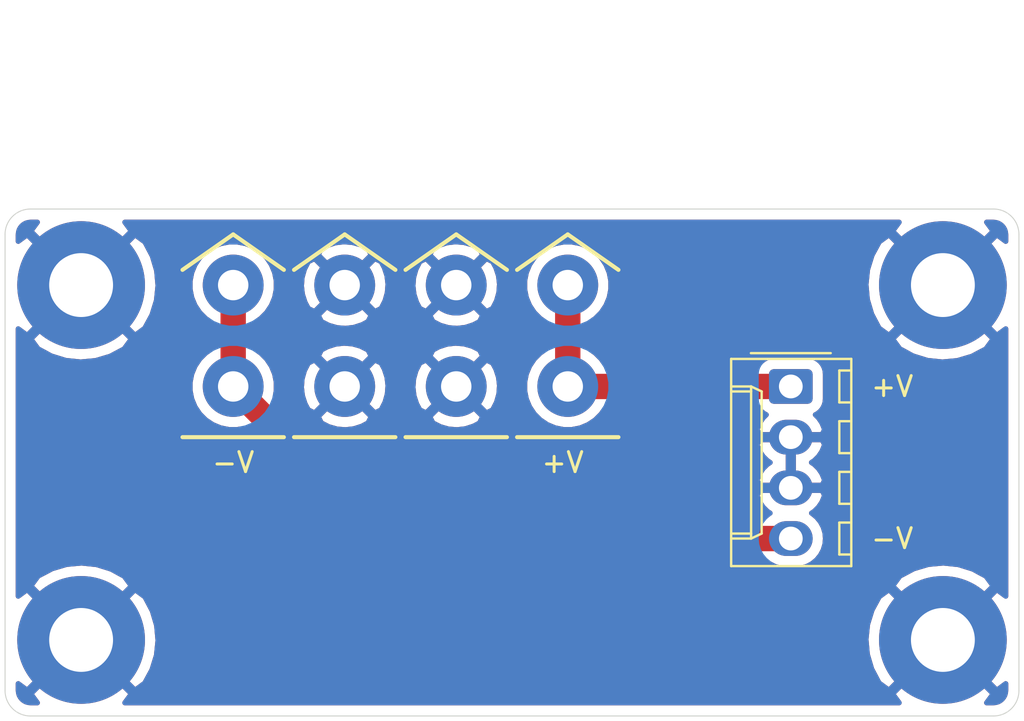
<source format=kicad_pcb>
(kicad_pcb (version 20171130) (host pcbnew "(5.1.8-0-10_14)")

  (general
    (thickness 1.6)
    (drawings 12)
    (tracks 5)
    (zones 0)
    (modules 6)
    (nets 4)
  )

  (page A4)
  (layers
    (0 F.Cu signal)
    (31 B.Cu signal)
    (36 B.SilkS user)
    (37 F.SilkS user)
    (38 B.Mask user)
    (39 F.Mask user)
    (41 Cmts.User user)
    (44 Edge.Cuts user)
    (45 Margin user)
    (46 B.CrtYd user)
    (47 F.CrtYd user)
    (48 B.Fab user)
    (49 F.Fab user)
  )

  (setup
    (last_trace_width 1.27)
    (user_trace_width 0.2032)
    (user_trace_width 0.3048)
    (user_trace_width 0.635)
    (user_trace_width 1.27)
    (trace_clearance 0.254)
    (zone_clearance 0.508)
    (zone_45_only no)
    (trace_min 0.2032)
    (via_size 0.762)
    (via_drill 0.381)
    (via_min_size 0.4064)
    (via_min_drill 0.3048)
    (uvia_size 0.762)
    (uvia_drill 0.381)
    (uvias_allowed no)
    (uvia_min_size 0.2032)
    (uvia_min_drill 0.1016)
    (edge_width 0.05)
    (segment_width 0.2)
    (pcb_text_width 0.3)
    (pcb_text_size 1.5 1.5)
    (mod_edge_width 0.12)
    (mod_text_size 1 1)
    (mod_text_width 0.15)
    (pad_size 1.524 1.524)
    (pad_drill 0.762)
    (pad_to_mask_clearance 0)
    (aux_axis_origin 0 0)
    (visible_elements FFFFFF7F)
    (pcbplotparams
      (layerselection 0x010f0_ffffffff)
      (usegerberextensions true)
      (usegerberattributes true)
      (usegerberadvancedattributes true)
      (creategerberjobfile true)
      (excludeedgelayer true)
      (linewidth 0.100000)
      (plotframeref false)
      (viasonmask false)
      (mode 1)
      (useauxorigin false)
      (hpglpennumber 1)
      (hpglpenspeed 20)
      (hpglpendiameter 15.000000)
      (psnegative false)
      (psa4output false)
      (plotreference true)
      (plotvalue false)
      (plotinvisibletext false)
      (padsonsilk false)
      (subtractmaskfromsilk false)
      (outputformat 1)
      (mirror false)
      (drillshape 0)
      (scaleselection 1)
      (outputdirectory ""))
  )

  (net 0 "")
  (net 1 GND)
  (net 2 "Net-(J1-Pad4)")
  (net 3 "Net-(J1-Pad1)")

  (net_class Default "This is the default net class."
    (clearance 0.254)
    (trace_width 0.254)
    (via_dia 0.762)
    (via_drill 0.381)
    (uvia_dia 0.762)
    (uvia_drill 0.381)
    (diff_pair_width 0.2032)
    (diff_pair_gap 0.254)
    (add_net GND)
    (add_net "Net-(J1-Pad1)")
    (add_net "Net-(J1-Pad4)")
  )

  (net_class Power ""
    (clearance 0.3048)
    (trace_width 0.635)
    (via_dia 0.762)
    (via_drill 0.381)
    (uvia_dia 0.762)
    (uvia_drill 0.381)
    (diff_pair_width 0.2032)
    (diff_pair_gap 0.254)
  )

  (net_class Signal ""
    (clearance 0.3048)
    (trace_width 0.3048)
    (via_dia 0.762)
    (via_drill 0.381)
    (uvia_dia 0.762)
    (uvia_drill 0.381)
    (diff_pair_width 0.2032)
    (diff_pair_gap 0.254)
  )

  (module Connector_Molex:Molex_KK-254_AE-6410-04A_1x04_P2.54mm_Vertical (layer F.Cu) (tedit 5EA53D3B) (tstamp 60E3D853)
    (at 166.37 85.09 270)
    (descr "Molex KK-254 Interconnect System, old/engineering part number: AE-6410-04A example for new part number: 22-27-2041, 4 Pins (http://www.molex.com/pdm_docs/sd/022272021_sd.pdf), generated with kicad-footprint-generator")
    (tags "connector Molex KK-254 vertical")
    (path /60E3F128)
    (fp_text reference J2 (at 3.81 -4.12 90) (layer F.SilkS) hide
      (effects (font (size 1 1) (thickness 0.15)))
    )
    (fp_text value Conn_01x04_Male (at 3.81 4.08 90) (layer F.Fab) hide
      (effects (font (size 1 1) (thickness 0.15)))
    )
    (fp_text user %R (at 3.81 -2.22 90) (layer F.Fab) hide
      (effects (font (size 1 1) (thickness 0.15)))
    )
    (fp_line (start -1.27 -2.92) (end -1.27 2.88) (layer F.Fab) (width 0.1))
    (fp_line (start -1.27 2.88) (end 8.89 2.88) (layer F.Fab) (width 0.1))
    (fp_line (start 8.89 2.88) (end 8.89 -2.92) (layer F.Fab) (width 0.1))
    (fp_line (start 8.89 -2.92) (end -1.27 -2.92) (layer F.Fab) (width 0.1))
    (fp_line (start -1.38 -3.03) (end -1.38 2.99) (layer F.SilkS) (width 0.12))
    (fp_line (start -1.38 2.99) (end 9 2.99) (layer F.SilkS) (width 0.12))
    (fp_line (start 9 2.99) (end 9 -3.03) (layer F.SilkS) (width 0.12))
    (fp_line (start 9 -3.03) (end -1.38 -3.03) (layer F.SilkS) (width 0.12))
    (fp_line (start -1.67 -2) (end -1.67 2) (layer F.SilkS) (width 0.12))
    (fp_line (start -1.27 -0.5) (end -0.562893 0) (layer F.Fab) (width 0.1))
    (fp_line (start -0.562893 0) (end -1.27 0.5) (layer F.Fab) (width 0.1))
    (fp_line (start 0 2.99) (end 0 1.99) (layer F.SilkS) (width 0.12))
    (fp_line (start 0 1.99) (end 7.62 1.99) (layer F.SilkS) (width 0.12))
    (fp_line (start 7.62 1.99) (end 7.62 2.99) (layer F.SilkS) (width 0.12))
    (fp_line (start 0 1.99) (end 0.25 1.46) (layer F.SilkS) (width 0.12))
    (fp_line (start 0.25 1.46) (end 7.37 1.46) (layer F.SilkS) (width 0.12))
    (fp_line (start 7.37 1.46) (end 7.62 1.99) (layer F.SilkS) (width 0.12))
    (fp_line (start 0.25 2.99) (end 0.25 1.99) (layer F.SilkS) (width 0.12))
    (fp_line (start 7.37 2.99) (end 7.37 1.99) (layer F.SilkS) (width 0.12))
    (fp_line (start -0.8 -3.03) (end -0.8 -2.43) (layer F.SilkS) (width 0.12))
    (fp_line (start -0.8 -2.43) (end 0.8 -2.43) (layer F.SilkS) (width 0.12))
    (fp_line (start 0.8 -2.43) (end 0.8 -3.03) (layer F.SilkS) (width 0.12))
    (fp_line (start 1.74 -3.03) (end 1.74 -2.43) (layer F.SilkS) (width 0.12))
    (fp_line (start 1.74 -2.43) (end 3.34 -2.43) (layer F.SilkS) (width 0.12))
    (fp_line (start 3.34 -2.43) (end 3.34 -3.03) (layer F.SilkS) (width 0.12))
    (fp_line (start 4.28 -3.03) (end 4.28 -2.43) (layer F.SilkS) (width 0.12))
    (fp_line (start 4.28 -2.43) (end 5.88 -2.43) (layer F.SilkS) (width 0.12))
    (fp_line (start 5.88 -2.43) (end 5.88 -3.03) (layer F.SilkS) (width 0.12))
    (fp_line (start 6.82 -3.03) (end 6.82 -2.43) (layer F.SilkS) (width 0.12))
    (fp_line (start 6.82 -2.43) (end 8.42 -2.43) (layer F.SilkS) (width 0.12))
    (fp_line (start 8.42 -2.43) (end 8.42 -3.03) (layer F.SilkS) (width 0.12))
    (fp_line (start -1.77 -3.42) (end -1.77 3.38) (layer F.CrtYd) (width 0.05))
    (fp_line (start -1.77 3.38) (end 9.39 3.38) (layer F.CrtYd) (width 0.05))
    (fp_line (start 9.39 3.38) (end 9.39 -3.42) (layer F.CrtYd) (width 0.05))
    (fp_line (start 9.39 -3.42) (end -1.77 -3.42) (layer F.CrtYd) (width 0.05))
    (pad 4 thru_hole oval (at 7.62 0 270) (size 1.74 2.19) (drill 1.19) (layers *.Cu *.Mask)
      (net 2 "Net-(J1-Pad4)"))
    (pad 3 thru_hole oval (at 5.08 0 270) (size 1.74 2.19) (drill 1.19) (layers *.Cu *.Mask)
      (net 1 GND))
    (pad 2 thru_hole oval (at 2.54 0 270) (size 1.74 2.19) (drill 1.19) (layers *.Cu *.Mask)
      (net 1 GND))
    (pad 1 thru_hole roundrect (at 0 0 270) (size 1.74 2.19) (drill 1.19) (layers *.Cu *.Mask) (roundrect_rratio 0.143678)
      (net 3 "Net-(J1-Pad1)"))
    (model ${KISYS3DMOD}/Connector_Molex.3dshapes/Molex_KK-254_AE-6410-04A_1x04_P2.54mm_Vertical.wrl
      (at (xyz 0 0 0))
      (scale (xyz 1 1 1))
      (rotate (xyz 0 0 0))
    )
  )

  (module rumblesan-footprints:TE_FASTON_250_1217754-1_1x04_P5.08mm_Horizontal (layer F.Cu) (tedit 60E37413) (tstamp 60E3D827)
    (at 146.812 82.55 90)
    (path /60E3E857)
    (fp_text reference J1 (at 0 -11.684 270) (layer F.SilkS) hide
      (effects (font (size 1 1) (thickness 0.15)))
    )
    (fp_text value Conn_01x04_Male (at 0 11.938 90) (layer F.Fab) hide
      (effects (font (size 1 1) (thickness 0.15)))
    )
    (fp_line (start -5.08 10.922) (end -5.08 5.842) (layer F.CrtYd) (width 0.12))
    (fp_line (start 16.764 10.922) (end -5.08 10.922) (layer F.CrtYd) (width 0.12))
    (fp_line (start 16.764 5.842) (end 16.764 10.922) (layer F.CrtYd) (width 0.12))
    (fp_line (start -5.08 5.842) (end 16.764 5.842) (layer F.CrtYd) (width 0.12))
    (fp_line (start -5.08 -5.334) (end -5.08 -0.254) (layer F.SilkS) (width 0.2032))
    (fp_line (start -5.08 -0.254) (end 5.08 -0.254) (layer F.Fab) (width 0.1016))
    (fp_line (start -5.08 -5.334) (end 5.08 -5.334) (layer F.Fab) (width 0.1016))
    (fp_line (start 5.08 -0.254) (end 5.08 -5.334) (layer F.Fab) (width 0.1016))
    (fp_line (start -5.08 -5.842) (end -5.08 -10.922) (layer F.Fab) (width 0.1016))
    (fp_line (start -5.08 -5.842) (end 5.08 -5.842) (layer F.Fab) (width 0.1016))
    (fp_line (start -5.08 -10.922) (end -5.08 -5.842) (layer F.SilkS) (width 0.2032))
    (fp_line (start 5.08 -5.842) (end 5.08 -10.922) (layer F.Fab) (width 0.1016))
    (fp_line (start -5.08 -10.922) (end 5.08 -10.922) (layer F.Fab) (width 0.1016))
    (fp_line (start -5.08 -0.254) (end -5.08 -5.334) (layer F.Fab) (width 0.1016))
    (fp_line (start -5.08 10.922) (end -5.08 5.842) (layer F.Fab) (width 0.1016))
    (fp_line (start -5.08 10.922) (end 5.08 10.922) (layer F.Fab) (width 0.1016))
    (fp_line (start -5.08 5.842) (end -5.08 10.922) (layer F.SilkS) (width 0.2032))
    (fp_line (start 5.08 10.922) (end 5.08 5.842) (layer F.Fab) (width 0.1016))
    (fp_line (start -5.08 5.842) (end 5.08 5.842) (layer F.Fab) (width 0.1016))
    (fp_line (start 5.08 5.334) (end 5.08 0.254) (layer F.Fab) (width 0.1016))
    (fp_line (start -5.08 5.334) (end -5.08 0.254) (layer F.Fab) (width 0.1016))
    (fp_line (start -5.08 5.334) (end 5.08 5.334) (layer F.Fab) (width 0.1016))
    (fp_line (start -5.08 0.254) (end 5.08 0.254) (layer F.Fab) (width 0.1016))
    (fp_line (start -5.08 0.254) (end -5.08 5.334) (layer F.SilkS) (width 0.2032))
    (fp_line (start 5.08 8.382) (end 3.302 5.842) (layer F.SilkS) (width 0.2032))
    (fp_line (start 5.08 8.382) (end 3.302 10.922) (layer F.SilkS) (width 0.2032))
    (fp_line (start 3.302 5.334) (end 5.08 2.794) (layer F.SilkS) (width 0.2032))
    (fp_line (start 5.08 2.794) (end 3.302 0.254) (layer F.SilkS) (width 0.2032))
    (fp_line (start 3.302 -0.254) (end 5.08 -2.794) (layer F.SilkS) (width 0.2032))
    (fp_line (start 5.08 -2.794) (end 3.302 -5.334) (layer F.SilkS) (width 0.2032))
    (fp_line (start 3.302 -5.842) (end 5.08 -8.382) (layer F.SilkS) (width 0.2032))
    (fp_line (start 5.08 -8.382) (end 3.302 -10.922) (layer F.SilkS) (width 0.2032))
    (fp_line (start -5.08 0.254) (end 16.764 0.254) (layer F.CrtYd) (width 0.12))
    (fp_line (start -5.08 5.334) (end 16.764 5.334) (layer F.CrtYd) (width 0.12))
    (fp_line (start -5.08 -10.922) (end 16.764 -10.922) (layer F.CrtYd) (width 0.12))
    (fp_line (start -5.08 -5.842) (end 16.764 -5.842) (layer F.CrtYd) (width 0.12))
    (fp_line (start -5.08 -5.334) (end 16.764 -5.334) (layer F.CrtYd) (width 0.12))
    (fp_line (start -5.08 -0.254) (end 16.764 -0.254) (layer F.CrtYd) (width 0.12))
    (fp_line (start 16.764 0.254) (end 16.764 5.334) (layer F.CrtYd) (width 0.12))
    (fp_line (start 16.764 -5.334) (end 16.764 -0.254) (layer F.CrtYd) (width 0.12))
    (fp_line (start 16.764 -10.922) (end 16.764 -5.842) (layer F.CrtYd) (width 0.12))
    (fp_line (start -5.08 -10.922) (end -5.08 -5.842) (layer F.CrtYd) (width 0.12))
    (fp_line (start -5.08 -5.334) (end -5.08 -0.254) (layer F.CrtYd) (width 0.12))
    (fp_line (start -5.08 0.254) (end -5.08 5.334) (layer F.CrtYd) (width 0.12))
    (pad 3 thru_hole circle (at -2.54 -2.794 90) (size 3.048 3.048) (drill 1.524) (layers *.Cu *.Mask)
      (net 1 GND))
    (pad 4 thru_hole circle (at 2.54 -8.382 90) (size 3.048 3.048) (drill 1.524) (layers *.Cu *.Mask)
      (net 2 "Net-(J1-Pad4)"))
    (pad 4 thru_hole circle (at -2.54 -8.382 90) (size 3.048 3.048) (drill 1.524) (layers *.Cu *.Mask)
      (net 2 "Net-(J1-Pad4)"))
    (pad 3 thru_hole circle (at 2.54 -2.794 90) (size 3.048 3.048) (drill 1.524) (layers *.Cu *.Mask)
      (net 1 GND))
    (pad 1 thru_hole circle (at 2.54 8.382 90) (size 3.048 3.048) (drill 1.524) (layers *.Cu *.Mask)
      (net 3 "Net-(J1-Pad1)"))
    (pad 1 thru_hole circle (at -2.54 8.382 90) (size 3.048 3.048) (drill 1.524) (layers *.Cu *.Mask)
      (net 3 "Net-(J1-Pad1)"))
    (pad 2 thru_hole circle (at -2.54 2.794 90) (size 3.048 3.048) (drill 1.524) (layers *.Cu *.Mask)
      (net 1 GND))
    (pad 2 thru_hole circle (at 2.54 2.794 90) (size 3.048 3.048) (drill 1.524) (layers *.Cu *.Mask)
      (net 1 GND))
  )

  (module MountingHole:MountingHole_3.2mm_M3_Pad (layer F.Cu) (tedit 56D1B4CB) (tstamp 60E3D7EF)
    (at 130.81 97.79)
    (descr "Mounting Hole 3.2mm, M3")
    (tags "mounting hole 3.2mm m3")
    (path /60E421A0)
    (attr virtual)
    (fp_text reference H4 (at 0 -4.2) (layer F.SilkS) hide
      (effects (font (size 1 1) (thickness 0.15)))
    )
    (fp_text value MountingHole_Pad (at 0 4.2) (layer F.Fab) hide
      (effects (font (size 1 1) (thickness 0.15)))
    )
    (fp_text user %R (at 0.3 0) (layer F.Fab)
      (effects (font (size 1 1) (thickness 0.15)))
    )
    (fp_circle (center 0 0) (end 3.2 0) (layer Cmts.User) (width 0.15))
    (fp_circle (center 0 0) (end 3.45 0) (layer F.CrtYd) (width 0.05))
    (pad 1 thru_hole circle (at 0 0) (size 6.4 6.4) (drill 3.2) (layers *.Cu *.Mask)
      (net 1 GND))
  )

  (module MountingHole:MountingHole_3.2mm_M3_Pad (layer F.Cu) (tedit 56D1B4CB) (tstamp 60E3D7E7)
    (at 173.99 80.01)
    (descr "Mounting Hole 3.2mm, M3")
    (tags "mounting hole 3.2mm m3")
    (path /60E4381A)
    (attr virtual)
    (fp_text reference H3 (at 0 -4.2) (layer F.SilkS) hide
      (effects (font (size 1 1) (thickness 0.15)))
    )
    (fp_text value MountingHole_Pad (at 0 4.2) (layer F.Fab) hide
      (effects (font (size 1 1) (thickness 0.15)))
    )
    (fp_text user %R (at 0.3 0) (layer F.Fab)
      (effects (font (size 1 1) (thickness 0.15)))
    )
    (fp_circle (center 0 0) (end 3.2 0) (layer Cmts.User) (width 0.15))
    (fp_circle (center 0 0) (end 3.45 0) (layer F.CrtYd) (width 0.05))
    (pad 1 thru_hole circle (at 0 0) (size 6.4 6.4) (drill 3.2) (layers *.Cu *.Mask)
      (net 1 GND))
  )

  (module MountingHole:MountingHole_3.2mm_M3_Pad (layer F.Cu) (tedit 56D1B4CB) (tstamp 60E3D7DF)
    (at 130.81 80.01)
    (descr "Mounting Hole 3.2mm, M3")
    (tags "mounting hole 3.2mm m3")
    (path /60E4432B)
    (attr virtual)
    (fp_text reference H2 (at 0 -4.2) (layer F.SilkS) hide
      (effects (font (size 1 1) (thickness 0.15)))
    )
    (fp_text value MountingHole_Pad (at 0 4.2) (layer F.Fab) hide
      (effects (font (size 1 1) (thickness 0.15)))
    )
    (fp_text user %R (at 0.3 0) (layer F.Fab)
      (effects (font (size 1 1) (thickness 0.15)))
    )
    (fp_circle (center 0 0) (end 3.2 0) (layer Cmts.User) (width 0.15))
    (fp_circle (center 0 0) (end 3.45 0) (layer F.CrtYd) (width 0.05))
    (pad 1 thru_hole circle (at 0 0) (size 6.4 6.4) (drill 3.2) (layers *.Cu *.Mask)
      (net 1 GND))
  )

  (module MountingHole:MountingHole_3.2mm_M3_Pad (layer F.Cu) (tedit 56D1B4CB) (tstamp 60E3D7D7)
    (at 173.99 97.79)
    (descr "Mounting Hole 3.2mm, M3")
    (tags "mounting hole 3.2mm m3")
    (path /60E444BC)
    (attr virtual)
    (fp_text reference H1 (at 0 -4.2) (layer F.SilkS) hide
      (effects (font (size 1 1) (thickness 0.15)))
    )
    (fp_text value MountingHole_Pad (at 0 4.2) (layer F.Fab) hide
      (effects (font (size 1 1) (thickness 0.15)))
    )
    (fp_text user %R (at 0.3 0) (layer F.Fab)
      (effects (font (size 1 1) (thickness 0.15)))
    )
    (fp_circle (center 0 0) (end 3.2 0) (layer Cmts.User) (width 0.15))
    (fp_circle (center 0 0) (end 3.45 0) (layer F.CrtYd) (width 0.05))
    (pad 1 thru_hole circle (at 0 0) (size 6.4 6.4) (drill 3.2) (layers *.Cu *.Mask)
      (net 1 GND))
  )

  (gr_arc (start 128.27 77.47) (end 128.27 76.2) (angle -90) (layer Edge.Cuts) (width 0.05))
  (gr_arc (start 128.27 100.33) (end 127 100.33) (angle -90) (layer Edge.Cuts) (width 0.05))
  (gr_arc (start 176.53 100.33) (end 176.53 101.6) (angle -90) (layer Edge.Cuts) (width 0.05))
  (gr_arc (start 176.53 77.47) (end 177.8 77.47) (angle -90) (layer Edge.Cuts) (width 0.05))
  (gr_text -V (at 138.43 88.9) (layer F.SilkS)
    (effects (font (size 1 1) (thickness 0.15)))
  )
  (gr_text +V (at 154.94 88.9) (layer F.SilkS)
    (effects (font (size 1 1) (thickness 0.15)))
  )
  (gr_text -V (at 171.45 92.71) (layer F.SilkS)
    (effects (font (size 1 1) (thickness 0.15)))
  )
  (gr_text +V (at 171.45 85.09) (layer F.SilkS)
    (effects (font (size 1 1) (thickness 0.15)))
  )
  (gr_line (start 176.53 101.6) (end 128.27 101.6) (layer Edge.Cuts) (width 0.05) (tstamp 60E3D99E))
  (gr_line (start 177.8 77.47) (end 177.8 100.33) (layer Edge.Cuts) (width 0.05))
  (gr_line (start 128.27 76.2) (end 176.53 76.2) (layer Edge.Cuts) (width 0.05))
  (gr_line (start 127 77.47) (end 127 100.33) (layer Edge.Cuts) (width 0.05))

  (segment (start 146.05 92.71) (end 166.37 92.71) (width 1.27) (layer F.Cu) (net 2))
  (segment (start 138.43 85.09) (end 146.05 92.71) (width 1.27) (layer F.Cu) (net 2))
  (segment (start 138.43 80.01) (end 138.43 85.09) (width 1.27) (layer F.Cu) (net 2))
  (segment (start 155.194 85.09) (end 166.37 85.09) (width 1.27) (layer F.Cu) (net 3))
  (segment (start 155.194 80.01) (end 155.194 85.09) (width 1.27) (layer F.Cu) (net 3))

  (zone (net 1) (net_name GND) (layer F.Cu) (tstamp 0) (hatch edge 0.508)
    (connect_pads (clearance 0.508))
    (min_thickness 0.254)
    (fill yes (arc_segments 32) (thermal_gap 0.508) (thermal_bridge_width 0.508))
    (polygon
      (pts
        (xy 178.054 101.854) (xy 126.746 101.854) (xy 126.746 75.946) (xy 178.054 75.946)
      )
    )
    (filled_polygon
      (pts
        (xy 128.288724 77.309119) (xy 130.81 79.830395) (xy 133.331276 77.309119) (xy 133.000914 76.86) (xy 171.799086 76.86)
        (xy 171.468724 77.309119) (xy 173.99 79.830395) (xy 176.511276 77.309119) (xy 176.180914 76.86) (xy 176.497721 76.86)
        (xy 176.647869 76.874722) (xy 176.761246 76.908953) (xy 176.865819 76.964555) (xy 176.957596 77.039407) (xy 177.033091 77.130664)
        (xy 177.089419 77.234844) (xy 177.12444 77.347976) (xy 177.14 77.496022) (xy 177.14 77.819086) (xy 176.690881 77.488724)
        (xy 174.169605 80.01) (xy 176.690881 82.531276) (xy 177.14 82.200914) (xy 177.140001 95.599086) (xy 176.690881 95.268724)
        (xy 174.169605 97.79) (xy 176.690881 100.311276) (xy 177.140001 99.980913) (xy 177.140001 100.297711) (xy 177.125278 100.447869)
        (xy 177.091047 100.561246) (xy 177.035446 100.665817) (xy 176.960594 100.757595) (xy 176.869335 100.833091) (xy 176.76516 100.889419)
        (xy 176.652024 100.92444) (xy 176.503979 100.94) (xy 176.180914 100.94) (xy 176.511276 100.490881) (xy 173.99 97.969605)
        (xy 171.468724 100.490881) (xy 171.799086 100.94) (xy 133.000914 100.94) (xy 133.331276 100.490881) (xy 130.81 97.969605)
        (xy 128.288724 100.490881) (xy 128.619086 100.94) (xy 128.302279 100.94) (xy 128.152131 100.925278) (xy 128.038754 100.891047)
        (xy 127.934183 100.835446) (xy 127.842405 100.760594) (xy 127.766909 100.669335) (xy 127.710581 100.56516) (xy 127.67556 100.452024)
        (xy 127.66 100.303979) (xy 127.66 99.980914) (xy 128.109119 100.311276) (xy 130.630395 97.79) (xy 130.989605 97.79)
        (xy 133.510881 100.311276) (xy 134.000548 99.951088) (xy 134.360849 99.287118) (xy 134.584694 98.565615) (xy 134.66348 97.814305)
        (xy 134.659002 97.765695) (xy 170.13652 97.765695) (xy 170.205822 98.517938) (xy 170.420548 99.242208) (xy 170.772445 99.91067)
        (xy 170.799452 99.951088) (xy 171.289119 100.311276) (xy 173.810395 97.79) (xy 171.289119 95.268724) (xy 170.799452 95.628912)
        (xy 170.439151 96.292882) (xy 170.215306 97.014385) (xy 170.13652 97.765695) (xy 134.659002 97.765695) (xy 134.594178 97.062062)
        (xy 134.379452 96.337792) (xy 134.027555 95.66933) (xy 134.000548 95.628912) (xy 133.510881 95.268724) (xy 130.989605 97.79)
        (xy 130.630395 97.79) (xy 128.109119 95.268724) (xy 127.66 95.599086) (xy 127.66 95.089119) (xy 128.288724 95.089119)
        (xy 130.81 97.610395) (xy 133.331276 95.089119) (xy 171.468724 95.089119) (xy 173.99 97.610395) (xy 176.511276 95.089119)
        (xy 176.151088 94.599452) (xy 175.487118 94.239151) (xy 174.765615 94.015306) (xy 174.014305 93.93652) (xy 173.262062 94.005822)
        (xy 172.537792 94.220548) (xy 171.86933 94.572445) (xy 171.828912 94.599452) (xy 171.468724 95.089119) (xy 133.331276 95.089119)
        (xy 132.971088 94.599452) (xy 132.307118 94.239151) (xy 131.585615 94.015306) (xy 130.834305 93.93652) (xy 130.082062 94.005822)
        (xy 129.357792 94.220548) (xy 128.68933 94.572445) (xy 128.648912 94.599452) (xy 128.288724 95.089119) (xy 127.66 95.089119)
        (xy 127.66 82.710881) (xy 128.288724 82.710881) (xy 128.648912 83.200548) (xy 129.312882 83.560849) (xy 130.034385 83.784694)
        (xy 130.785695 83.86348) (xy 131.537938 83.794178) (xy 132.262208 83.579452) (xy 132.93067 83.227555) (xy 132.971088 83.200548)
        (xy 133.331276 82.710881) (xy 130.81 80.189605) (xy 128.288724 82.710881) (xy 127.66 82.710881) (xy 127.66 82.200914)
        (xy 128.109119 82.531276) (xy 130.630395 80.01) (xy 130.989605 80.01) (xy 133.510881 82.531276) (xy 134.000548 82.171088)
        (xy 134.360849 81.507118) (xy 134.584694 80.785615) (xy 134.66348 80.034305) (xy 134.641651 79.797357) (xy 136.271 79.797357)
        (xy 136.271 80.222643) (xy 136.35397 80.639757) (xy 136.516719 81.03267) (xy 136.752996 81.386282) (xy 137.053718 81.687004)
        (xy 137.16 81.75802) (xy 137.160001 83.34198) (xy 137.053718 83.412996) (xy 136.752996 83.713718) (xy 136.516719 84.06733)
        (xy 136.35397 84.460243) (xy 136.271 84.877357) (xy 136.271 85.302643) (xy 136.35397 85.719757) (xy 136.516719 86.11267)
        (xy 136.752996 86.466282) (xy 137.053718 86.767004) (xy 137.40733 87.003281) (xy 137.800243 87.16603) (xy 138.217357 87.249)
        (xy 138.642643 87.249) (xy 138.768012 87.224062) (xy 145.107863 93.563914) (xy 145.14763 93.61237) (xy 145.341012 93.771075)
        (xy 145.561641 93.889003) (xy 145.718284 93.93652) (xy 145.801036 93.961623) (xy 145.826755 93.964156) (xy 145.98762 93.98)
        (xy 145.987626 93.98) (xy 146.049999 93.986143) (xy 146.112372 93.98) (xy 165.328362 93.98) (xy 165.566275 94.107166)
        (xy 165.849968 94.193224) (xy 166.071064 94.215) (xy 166.668936 94.215) (xy 166.890032 94.193224) (xy 167.173725 94.107166)
        (xy 167.435179 93.967417) (xy 167.664345 93.779345) (xy 167.852417 93.550179) (xy 167.992166 93.288725) (xy 168.078224 93.005032)
        (xy 168.107282 92.71) (xy 168.078224 92.414968) (xy 167.992166 92.131275) (xy 167.852417 91.869821) (xy 167.664345 91.640655)
        (xy 167.435179 91.452583) (xy 167.406848 91.43744) (xy 167.547433 91.344708) (xy 167.758306 91.136326) (xy 167.924474 90.890809)
        (xy 168.039551 90.617591) (xy 168.056302 90.530031) (xy 167.935246 90.297) (xy 166.497 90.297) (xy 166.497 90.317)
        (xy 166.243 90.317) (xy 166.243 90.297) (xy 164.804754 90.297) (xy 164.683698 90.530031) (xy 164.700449 90.617591)
        (xy 164.815526 90.890809) (xy 164.981694 91.136326) (xy 165.192567 91.344708) (xy 165.333152 91.43744) (xy 165.328362 91.44)
        (xy 146.576051 91.44) (xy 143.126082 87.990031) (xy 164.683698 87.990031) (xy 164.700449 88.077591) (xy 164.815526 88.350809)
        (xy 164.981694 88.596326) (xy 165.192567 88.804708) (xy 165.337032 88.9) (xy 165.192567 88.995292) (xy 164.981694 89.203674)
        (xy 164.815526 89.449191) (xy 164.700449 89.722409) (xy 164.683698 89.809969) (xy 164.804754 90.043) (xy 166.243 90.043)
        (xy 166.243 87.757) (xy 166.497 87.757) (xy 166.497 90.043) (xy 167.935246 90.043) (xy 168.056302 89.809969)
        (xy 168.039551 89.722409) (xy 167.924474 89.449191) (xy 167.758306 89.203674) (xy 167.547433 88.995292) (xy 167.402968 88.9)
        (xy 167.547433 88.804708) (xy 167.758306 88.596326) (xy 167.924474 88.350809) (xy 168.039551 88.077591) (xy 168.056302 87.990031)
        (xy 167.935246 87.757) (xy 166.497 87.757) (xy 166.243 87.757) (xy 164.804754 87.757) (xy 164.683698 87.990031)
        (xy 143.126082 87.990031) (xy 141.734791 86.59874) (xy 142.688865 86.59874) (xy 142.847764 86.916758) (xy 143.226632 87.109959)
        (xy 143.635913 87.225534) (xy 144.059876 87.259042) (xy 144.48223 87.209194) (xy 144.886744 87.077908) (xy 145.188236 86.916758)
        (xy 145.347135 86.59874) (xy 148.276865 86.59874) (xy 148.435764 86.916758) (xy 148.814632 87.109959) (xy 149.223913 87.225534)
        (xy 149.647876 87.259042) (xy 150.07023 87.209194) (xy 150.474744 87.077908) (xy 150.776236 86.916758) (xy 150.935135 86.59874)
        (xy 149.606 85.269605) (xy 148.276865 86.59874) (xy 145.347135 86.59874) (xy 144.018 85.269605) (xy 142.688865 86.59874)
        (xy 141.734791 86.59874) (xy 140.564062 85.428012) (xy 140.589 85.302643) (xy 140.589 85.131876) (xy 141.848958 85.131876)
        (xy 141.898806 85.55423) (xy 142.030092 85.958744) (xy 142.191242 86.260236) (xy 142.50926 86.419135) (xy 143.838395 85.09)
        (xy 144.197605 85.09) (xy 145.52674 86.419135) (xy 145.844758 86.260236) (xy 146.037959 85.881368) (xy 146.153534 85.472087)
        (xy 146.180422 85.131876) (xy 147.436958 85.131876) (xy 147.486806 85.55423) (xy 147.618092 85.958744) (xy 147.779242 86.260236)
        (xy 148.09726 86.419135) (xy 149.426395 85.09) (xy 149.785605 85.09) (xy 151.11474 86.419135) (xy 151.432758 86.260236)
        (xy 151.625959 85.881368) (xy 151.741534 85.472087) (xy 151.775042 85.048124) (xy 151.725194 84.62577) (xy 151.593908 84.221256)
        (xy 151.432758 83.919764) (xy 151.11474 83.760865) (xy 149.785605 85.09) (xy 149.426395 85.09) (xy 148.09726 83.760865)
        (xy 147.779242 83.919764) (xy 147.586041 84.298632) (xy 147.470466 84.707913) (xy 147.436958 85.131876) (xy 146.180422 85.131876)
        (xy 146.187042 85.048124) (xy 146.137194 84.62577) (xy 146.005908 84.221256) (xy 145.844758 83.919764) (xy 145.52674 83.760865)
        (xy 144.197605 85.09) (xy 143.838395 85.09) (xy 142.50926 83.760865) (xy 142.191242 83.919764) (xy 141.998041 84.298632)
        (xy 141.882466 84.707913) (xy 141.848958 85.131876) (xy 140.589 85.131876) (xy 140.589 84.877357) (xy 140.50603 84.460243)
        (xy 140.343281 84.06733) (xy 140.107004 83.713718) (xy 139.974546 83.58126) (xy 142.688865 83.58126) (xy 144.018 84.910395)
        (xy 145.347135 83.58126) (xy 148.276865 83.58126) (xy 149.606 84.910395) (xy 150.935135 83.58126) (xy 150.776236 83.263242)
        (xy 150.397368 83.070041) (xy 149.988087 82.954466) (xy 149.564124 82.920958) (xy 149.14177 82.970806) (xy 148.737256 83.102092)
        (xy 148.435764 83.263242) (xy 148.276865 83.58126) (xy 145.347135 83.58126) (xy 145.188236 83.263242) (xy 144.809368 83.070041)
        (xy 144.400087 82.954466) (xy 143.976124 82.920958) (xy 143.55377 82.970806) (xy 143.149256 83.102092) (xy 142.847764 83.263242)
        (xy 142.688865 83.58126) (xy 139.974546 83.58126) (xy 139.806282 83.412996) (xy 139.7 83.34198) (xy 139.7 81.75802)
        (xy 139.806282 81.687004) (xy 139.974546 81.51874) (xy 142.688865 81.51874) (xy 142.847764 81.836758) (xy 143.226632 82.029959)
        (xy 143.635913 82.145534) (xy 144.059876 82.179042) (xy 144.48223 82.129194) (xy 144.886744 81.997908) (xy 145.188236 81.836758)
        (xy 145.347135 81.51874) (xy 148.276865 81.51874) (xy 148.435764 81.836758) (xy 148.814632 82.029959) (xy 149.223913 82.145534)
        (xy 149.647876 82.179042) (xy 150.07023 82.129194) (xy 150.474744 81.997908) (xy 150.776236 81.836758) (xy 150.935135 81.51874)
        (xy 149.606 80.189605) (xy 148.276865 81.51874) (xy 145.347135 81.51874) (xy 144.018 80.189605) (xy 142.688865 81.51874)
        (xy 139.974546 81.51874) (xy 140.107004 81.386282) (xy 140.343281 81.03267) (xy 140.50603 80.639757) (xy 140.589 80.222643)
        (xy 140.589 80.051876) (xy 141.848958 80.051876) (xy 141.898806 80.47423) (xy 142.030092 80.878744) (xy 142.191242 81.180236)
        (xy 142.50926 81.339135) (xy 143.838395 80.01) (xy 144.197605 80.01) (xy 145.52674 81.339135) (xy 145.844758 81.180236)
        (xy 146.037959 80.801368) (xy 146.153534 80.392087) (xy 146.180422 80.051876) (xy 147.436958 80.051876) (xy 147.486806 80.47423)
        (xy 147.618092 80.878744) (xy 147.779242 81.180236) (xy 148.09726 81.339135) (xy 149.426395 80.01) (xy 149.785605 80.01)
        (xy 151.11474 81.339135) (xy 151.432758 81.180236) (xy 151.625959 80.801368) (xy 151.741534 80.392087) (xy 151.775042 79.968124)
        (xy 151.754888 79.797357) (xy 153.035 79.797357) (xy 153.035 80.222643) (xy 153.11797 80.639757) (xy 153.280719 81.03267)
        (xy 153.516996 81.386282) (xy 153.817718 81.687004) (xy 153.924 81.75802) (xy 153.924001 83.34198) (xy 153.817718 83.412996)
        (xy 153.516996 83.713718) (xy 153.280719 84.06733) (xy 153.11797 84.460243) (xy 153.035 84.877357) (xy 153.035 85.302643)
        (xy 153.11797 85.719757) (xy 153.280719 86.11267) (xy 153.516996 86.466282) (xy 153.817718 86.767004) (xy 154.17133 87.003281)
        (xy 154.564243 87.16603) (xy 154.981357 87.249) (xy 155.406643 87.249) (xy 155.823757 87.16603) (xy 156.21667 87.003281)
        (xy 156.570282 86.767004) (xy 156.871004 86.466282) (xy 156.94202 86.36) (xy 164.923891 86.36) (xy 165.031613 86.448405)
        (xy 165.14059 86.506655) (xy 164.981694 86.663674) (xy 164.815526 86.909191) (xy 164.700449 87.182409) (xy 164.683698 87.269969)
        (xy 164.804754 87.503) (xy 166.243 87.503) (xy 166.243 87.483) (xy 166.497 87.483) (xy 166.497 87.503)
        (xy 167.935246 87.503) (xy 168.056302 87.269969) (xy 168.039551 87.182409) (xy 167.924474 86.909191) (xy 167.758306 86.663674)
        (xy 167.59941 86.506655) (xy 167.708387 86.448405) (xy 167.842962 86.337962) (xy 167.953405 86.203387) (xy 168.035472 86.049851)
        (xy 168.086008 85.883255) (xy 168.103072 85.710001) (xy 168.103072 84.469999) (xy 168.086008 84.296745) (xy 168.035472 84.130149)
        (xy 167.953405 83.976613) (xy 167.842962 83.842038) (xy 167.708387 83.731595) (xy 167.554851 83.649528) (xy 167.388255 83.598992)
        (xy 167.215001 83.581928) (xy 165.524999 83.581928) (xy 165.351745 83.598992) (xy 165.185149 83.649528) (xy 165.031613 83.731595)
        (xy 164.923891 83.82) (xy 156.94202 83.82) (xy 156.871004 83.713718) (xy 156.570282 83.412996) (xy 156.464 83.34198)
        (xy 156.464 82.710881) (xy 171.468724 82.710881) (xy 171.828912 83.200548) (xy 172.492882 83.560849) (xy 173.214385 83.784694)
        (xy 173.965695 83.86348) (xy 174.717938 83.794178) (xy 175.442208 83.579452) (xy 176.11067 83.227555) (xy 176.151088 83.200548)
        (xy 176.511276 82.710881) (xy 173.99 80.189605) (xy 171.468724 82.710881) (xy 156.464 82.710881) (xy 156.464 81.75802)
        (xy 156.570282 81.687004) (xy 156.871004 81.386282) (xy 157.107281 81.03267) (xy 157.27003 80.639757) (xy 157.353 80.222643)
        (xy 157.353 79.985695) (xy 170.13652 79.985695) (xy 170.205822 80.737938) (xy 170.420548 81.462208) (xy 170.772445 82.13067)
        (xy 170.799452 82.171088) (xy 171.289119 82.531276) (xy 173.810395 80.01) (xy 171.289119 77.488724) (xy 170.799452 77.848912)
        (xy 170.439151 78.512882) (xy 170.215306 79.234385) (xy 170.13652 79.985695) (xy 157.353 79.985695) (xy 157.353 79.797357)
        (xy 157.27003 79.380243) (xy 157.107281 78.98733) (xy 156.871004 78.633718) (xy 156.570282 78.332996) (xy 156.21667 78.096719)
        (xy 155.823757 77.93397) (xy 155.406643 77.851) (xy 154.981357 77.851) (xy 154.564243 77.93397) (xy 154.17133 78.096719)
        (xy 153.817718 78.332996) (xy 153.516996 78.633718) (xy 153.280719 78.98733) (xy 153.11797 79.380243) (xy 153.035 79.797357)
        (xy 151.754888 79.797357) (xy 151.725194 79.54577) (xy 151.593908 79.141256) (xy 151.432758 78.839764) (xy 151.11474 78.680865)
        (xy 149.785605 80.01) (xy 149.426395 80.01) (xy 148.09726 78.680865) (xy 147.779242 78.839764) (xy 147.586041 79.218632)
        (xy 147.470466 79.627913) (xy 147.436958 80.051876) (xy 146.180422 80.051876) (xy 146.187042 79.968124) (xy 146.137194 79.54577)
        (xy 146.005908 79.141256) (xy 145.844758 78.839764) (xy 145.52674 78.680865) (xy 144.197605 80.01) (xy 143.838395 80.01)
        (xy 142.50926 78.680865) (xy 142.191242 78.839764) (xy 141.998041 79.218632) (xy 141.882466 79.627913) (xy 141.848958 80.051876)
        (xy 140.589 80.051876) (xy 140.589 79.797357) (xy 140.50603 79.380243) (xy 140.343281 78.98733) (xy 140.107004 78.633718)
        (xy 139.974546 78.50126) (xy 142.688865 78.50126) (xy 144.018 79.830395) (xy 145.347135 78.50126) (xy 148.276865 78.50126)
        (xy 149.606 79.830395) (xy 150.935135 78.50126) (xy 150.776236 78.183242) (xy 150.397368 77.990041) (xy 149.988087 77.874466)
        (xy 149.564124 77.840958) (xy 149.14177 77.890806) (xy 148.737256 78.022092) (xy 148.435764 78.183242) (xy 148.276865 78.50126)
        (xy 145.347135 78.50126) (xy 145.188236 78.183242) (xy 144.809368 77.990041) (xy 144.400087 77.874466) (xy 143.976124 77.840958)
        (xy 143.55377 77.890806) (xy 143.149256 78.022092) (xy 142.847764 78.183242) (xy 142.688865 78.50126) (xy 139.974546 78.50126)
        (xy 139.806282 78.332996) (xy 139.45267 78.096719) (xy 139.059757 77.93397) (xy 138.642643 77.851) (xy 138.217357 77.851)
        (xy 137.800243 77.93397) (xy 137.40733 78.096719) (xy 137.053718 78.332996) (xy 136.752996 78.633718) (xy 136.516719 78.98733)
        (xy 136.35397 79.380243) (xy 136.271 79.797357) (xy 134.641651 79.797357) (xy 134.594178 79.282062) (xy 134.379452 78.557792)
        (xy 134.027555 77.88933) (xy 134.000548 77.848912) (xy 133.510881 77.488724) (xy 130.989605 80.01) (xy 130.630395 80.01)
        (xy 128.109119 77.488724) (xy 127.66 77.819086) (xy 127.66 77.502279) (xy 127.674722 77.352131) (xy 127.708953 77.238754)
        (xy 127.764555 77.134181) (xy 127.839407 77.042404) (xy 127.930664 76.966909) (xy 128.034844 76.910581) (xy 128.147976 76.87556)
        (xy 128.296022 76.86) (xy 128.619086 76.86)
      )
    )
  )
  (zone (net 1) (net_name GND) (layer B.Cu) (tstamp 0) (hatch edge 0.508)
    (connect_pads (clearance 0.508))
    (min_thickness 0.254)
    (fill yes (arc_segments 32) (thermal_gap 0.508) (thermal_bridge_width 0.508))
    (polygon
      (pts
        (xy 178.054 101.854) (xy 126.746 101.854) (xy 126.746 75.946) (xy 178.054 75.946)
      )
    )
    (filled_polygon
      (pts
        (xy 128.288724 77.309119) (xy 130.81 79.830395) (xy 133.331276 77.309119) (xy 133.000914 76.86) (xy 171.799086 76.86)
        (xy 171.468724 77.309119) (xy 173.99 79.830395) (xy 176.511276 77.309119) (xy 176.180914 76.86) (xy 176.497721 76.86)
        (xy 176.647869 76.874722) (xy 176.761246 76.908953) (xy 176.865819 76.964555) (xy 176.957596 77.039407) (xy 177.033091 77.130664)
        (xy 177.089419 77.234844) (xy 177.12444 77.347976) (xy 177.14 77.496022) (xy 177.14 77.819086) (xy 176.690881 77.488724)
        (xy 174.169605 80.01) (xy 176.690881 82.531276) (xy 177.14 82.200914) (xy 177.140001 95.599086) (xy 176.690881 95.268724)
        (xy 174.169605 97.79) (xy 176.690881 100.311276) (xy 177.140001 99.980913) (xy 177.140001 100.297711) (xy 177.125278 100.447869)
        (xy 177.091047 100.561246) (xy 177.035446 100.665817) (xy 176.960594 100.757595) (xy 176.869335 100.833091) (xy 176.76516 100.889419)
        (xy 176.652024 100.92444) (xy 176.503979 100.94) (xy 176.180914 100.94) (xy 176.511276 100.490881) (xy 173.99 97.969605)
        (xy 171.468724 100.490881) (xy 171.799086 100.94) (xy 133.000914 100.94) (xy 133.331276 100.490881) (xy 130.81 97.969605)
        (xy 128.288724 100.490881) (xy 128.619086 100.94) (xy 128.302279 100.94) (xy 128.152131 100.925278) (xy 128.038754 100.891047)
        (xy 127.934183 100.835446) (xy 127.842405 100.760594) (xy 127.766909 100.669335) (xy 127.710581 100.56516) (xy 127.67556 100.452024)
        (xy 127.66 100.303979) (xy 127.66 99.980914) (xy 128.109119 100.311276) (xy 130.630395 97.79) (xy 130.989605 97.79)
        (xy 133.510881 100.311276) (xy 134.000548 99.951088) (xy 134.360849 99.287118) (xy 134.584694 98.565615) (xy 134.66348 97.814305)
        (xy 134.659002 97.765695) (xy 170.13652 97.765695) (xy 170.205822 98.517938) (xy 170.420548 99.242208) (xy 170.772445 99.91067)
        (xy 170.799452 99.951088) (xy 171.289119 100.311276) (xy 173.810395 97.79) (xy 171.289119 95.268724) (xy 170.799452 95.628912)
        (xy 170.439151 96.292882) (xy 170.215306 97.014385) (xy 170.13652 97.765695) (xy 134.659002 97.765695) (xy 134.594178 97.062062)
        (xy 134.379452 96.337792) (xy 134.027555 95.66933) (xy 134.000548 95.628912) (xy 133.510881 95.268724) (xy 130.989605 97.79)
        (xy 130.630395 97.79) (xy 128.109119 95.268724) (xy 127.66 95.599086) (xy 127.66 95.089119) (xy 128.288724 95.089119)
        (xy 130.81 97.610395) (xy 133.331276 95.089119) (xy 171.468724 95.089119) (xy 173.99 97.610395) (xy 176.511276 95.089119)
        (xy 176.151088 94.599452) (xy 175.487118 94.239151) (xy 174.765615 94.015306) (xy 174.014305 93.93652) (xy 173.262062 94.005822)
        (xy 172.537792 94.220548) (xy 171.86933 94.572445) (xy 171.828912 94.599452) (xy 171.468724 95.089119) (xy 133.331276 95.089119)
        (xy 132.971088 94.599452) (xy 132.307118 94.239151) (xy 131.585615 94.015306) (xy 130.834305 93.93652) (xy 130.082062 94.005822)
        (xy 129.357792 94.220548) (xy 128.68933 94.572445) (xy 128.648912 94.599452) (xy 128.288724 95.089119) (xy 127.66 95.089119)
        (xy 127.66 92.71) (xy 164.632718 92.71) (xy 164.661776 93.005032) (xy 164.747834 93.288725) (xy 164.887583 93.550179)
        (xy 165.075655 93.779345) (xy 165.304821 93.967417) (xy 165.566275 94.107166) (xy 165.849968 94.193224) (xy 166.071064 94.215)
        (xy 166.668936 94.215) (xy 166.890032 94.193224) (xy 167.173725 94.107166) (xy 167.435179 93.967417) (xy 167.664345 93.779345)
        (xy 167.852417 93.550179) (xy 167.992166 93.288725) (xy 168.078224 93.005032) (xy 168.107282 92.71) (xy 168.078224 92.414968)
        (xy 167.992166 92.131275) (xy 167.852417 91.869821) (xy 167.664345 91.640655) (xy 167.435179 91.452583) (xy 167.406848 91.43744)
        (xy 167.547433 91.344708) (xy 167.758306 91.136326) (xy 167.924474 90.890809) (xy 168.039551 90.617591) (xy 168.056302 90.530031)
        (xy 167.935246 90.297) (xy 166.497 90.297) (xy 166.497 90.317) (xy 166.243 90.317) (xy 166.243 90.297)
        (xy 164.804754 90.297) (xy 164.683698 90.530031) (xy 164.700449 90.617591) (xy 164.815526 90.890809) (xy 164.981694 91.136326)
        (xy 165.192567 91.344708) (xy 165.333152 91.43744) (xy 165.304821 91.452583) (xy 165.075655 91.640655) (xy 164.887583 91.869821)
        (xy 164.747834 92.131275) (xy 164.661776 92.414968) (xy 164.632718 92.71) (xy 127.66 92.71) (xy 127.66 87.990031)
        (xy 164.683698 87.990031) (xy 164.700449 88.077591) (xy 164.815526 88.350809) (xy 164.981694 88.596326) (xy 165.192567 88.804708)
        (xy 165.337032 88.9) (xy 165.192567 88.995292) (xy 164.981694 89.203674) (xy 164.815526 89.449191) (xy 164.700449 89.722409)
        (xy 164.683698 89.809969) (xy 164.804754 90.043) (xy 166.243 90.043) (xy 166.243 87.757) (xy 166.497 87.757)
        (xy 166.497 90.043) (xy 167.935246 90.043) (xy 168.056302 89.809969) (xy 168.039551 89.722409) (xy 167.924474 89.449191)
        (xy 167.758306 89.203674) (xy 167.547433 88.995292) (xy 167.402968 88.9) (xy 167.547433 88.804708) (xy 167.758306 88.596326)
        (xy 167.924474 88.350809) (xy 168.039551 88.077591) (xy 168.056302 87.990031) (xy 167.935246 87.757) (xy 166.497 87.757)
        (xy 166.243 87.757) (xy 164.804754 87.757) (xy 164.683698 87.990031) (xy 127.66 87.990031) (xy 127.66 84.877357)
        (xy 136.271 84.877357) (xy 136.271 85.302643) (xy 136.35397 85.719757) (xy 136.516719 86.11267) (xy 136.752996 86.466282)
        (xy 137.053718 86.767004) (xy 137.40733 87.003281) (xy 137.800243 87.16603) (xy 138.217357 87.249) (xy 138.642643 87.249)
        (xy 139.059757 87.16603) (xy 139.45267 87.003281) (xy 139.806282 86.767004) (xy 139.974546 86.59874) (xy 142.688865 86.59874)
        (xy 142.847764 86.916758) (xy 143.226632 87.109959) (xy 143.635913 87.225534) (xy 144.059876 87.259042) (xy 144.48223 87.209194)
        (xy 144.886744 87.077908) (xy 145.188236 86.916758) (xy 145.347135 86.59874) (xy 148.276865 86.59874) (xy 148.435764 86.916758)
        (xy 148.814632 87.109959) (xy 149.223913 87.225534) (xy 149.647876 87.259042) (xy 150.07023 87.209194) (xy 150.474744 87.077908)
        (xy 150.776236 86.916758) (xy 150.935135 86.59874) (xy 149.606 85.269605) (xy 148.276865 86.59874) (xy 145.347135 86.59874)
        (xy 144.018 85.269605) (xy 142.688865 86.59874) (xy 139.974546 86.59874) (xy 140.107004 86.466282) (xy 140.343281 86.11267)
        (xy 140.50603 85.719757) (xy 140.589 85.302643) (xy 140.589 85.131876) (xy 141.848958 85.131876) (xy 141.898806 85.55423)
        (xy 142.030092 85.958744) (xy 142.191242 86.260236) (xy 142.50926 86.419135) (xy 143.838395 85.09) (xy 144.197605 85.09)
        (xy 145.52674 86.419135) (xy 145.844758 86.260236) (xy 146.037959 85.881368) (xy 146.153534 85.472087) (xy 146.180422 85.131876)
        (xy 147.436958 85.131876) (xy 147.486806 85.55423) (xy 147.618092 85.958744) (xy 147.779242 86.260236) (xy 148.09726 86.419135)
        (xy 149.426395 85.09) (xy 149.785605 85.09) (xy 151.11474 86.419135) (xy 151.432758 86.260236) (xy 151.625959 85.881368)
        (xy 151.741534 85.472087) (xy 151.775042 85.048124) (xy 151.754888 84.877357) (xy 153.035 84.877357) (xy 153.035 85.302643)
        (xy 153.11797 85.719757) (xy 153.280719 86.11267) (xy 153.516996 86.466282) (xy 153.817718 86.767004) (xy 154.17133 87.003281)
        (xy 154.564243 87.16603) (xy 154.981357 87.249) (xy 155.406643 87.249) (xy 155.823757 87.16603) (xy 156.21667 87.003281)
        (xy 156.570282 86.767004) (xy 156.871004 86.466282) (xy 157.107281 86.11267) (xy 157.27003 85.719757) (xy 157.353 85.302643)
        (xy 157.353 84.877357) (xy 157.271971 84.469999) (xy 164.636928 84.469999) (xy 164.636928 85.710001) (xy 164.653992 85.883255)
        (xy 164.704528 86.049851) (xy 164.786595 86.203387) (xy 164.897038 86.337962) (xy 165.031613 86.448405) (xy 165.14059 86.506655)
        (xy 164.981694 86.663674) (xy 164.815526 86.909191) (xy 164.700449 87.182409) (xy 164.683698 87.269969) (xy 164.804754 87.503)
        (xy 166.243 87.503) (xy 166.243 87.483) (xy 166.497 87.483) (xy 166.497 87.503) (xy 167.935246 87.503)
        (xy 168.056302 87.269969) (xy 168.039551 87.182409) (xy 167.924474 86.909191) (xy 167.758306 86.663674) (xy 167.59941 86.506655)
        (xy 167.708387 86.448405) (xy 167.842962 86.337962) (xy 167.953405 86.203387) (xy 168.035472 86.049851) (xy 168.086008 85.883255)
        (xy 168.103072 85.710001) (xy 168.103072 84.469999) (xy 168.086008 84.296745) (xy 168.035472 84.130149) (xy 167.953405 83.976613)
        (xy 167.842962 83.842038) (xy 167.708387 83.731595) (xy 167.554851 83.649528) (xy 167.388255 83.598992) (xy 167.215001 83.581928)
        (xy 165.524999 83.581928) (xy 165.351745 83.598992) (xy 165.185149 83.649528) (xy 165.031613 83.731595) (xy 164.897038 83.842038)
        (xy 164.786595 83.976613) (xy 164.704528 84.130149) (xy 164.653992 84.296745) (xy 164.636928 84.469999) (xy 157.271971 84.469999)
        (xy 157.27003 84.460243) (xy 157.107281 84.06733) (xy 156.871004 83.713718) (xy 156.570282 83.412996) (xy 156.21667 83.176719)
        (xy 155.823757 83.01397) (xy 155.406643 82.931) (xy 154.981357 82.931) (xy 154.564243 83.01397) (xy 154.17133 83.176719)
        (xy 153.817718 83.412996) (xy 153.516996 83.713718) (xy 153.280719 84.06733) (xy 153.11797 84.460243) (xy 153.035 84.877357)
        (xy 151.754888 84.877357) (xy 151.725194 84.62577) (xy 151.593908 84.221256) (xy 151.432758 83.919764) (xy 151.11474 83.760865)
        (xy 149.785605 85.09) (xy 149.426395 85.09) (xy 148.09726 83.760865) (xy 147.779242 83.919764) (xy 147.586041 84.298632)
        (xy 147.470466 84.707913) (xy 147.436958 85.131876) (xy 146.180422 85.131876) (xy 146.187042 85.048124) (xy 146.137194 84.62577)
        (xy 146.005908 84.221256) (xy 145.844758 83.919764) (xy 145.52674 83.760865) (xy 144.197605 85.09) (xy 143.838395 85.09)
        (xy 142.50926 83.760865) (xy 142.191242 83.919764) (xy 141.998041 84.298632) (xy 141.882466 84.707913) (xy 141.848958 85.131876)
        (xy 140.589 85.131876) (xy 140.589 84.877357) (xy 140.50603 84.460243) (xy 140.343281 84.06733) (xy 140.107004 83.713718)
        (xy 139.974546 83.58126) (xy 142.688865 83.58126) (xy 144.018 84.910395) (xy 145.347135 83.58126) (xy 148.276865 83.58126)
        (xy 149.606 84.910395) (xy 150.935135 83.58126) (xy 150.776236 83.263242) (xy 150.397368 83.070041) (xy 149.988087 82.954466)
        (xy 149.564124 82.920958) (xy 149.14177 82.970806) (xy 148.737256 83.102092) (xy 148.435764 83.263242) (xy 148.276865 83.58126)
        (xy 145.347135 83.58126) (xy 145.188236 83.263242) (xy 144.809368 83.070041) (xy 144.400087 82.954466) (xy 143.976124 82.920958)
        (xy 143.55377 82.970806) (xy 143.149256 83.102092) (xy 142.847764 83.263242) (xy 142.688865 83.58126) (xy 139.974546 83.58126)
        (xy 139.806282 83.412996) (xy 139.45267 83.176719) (xy 139.059757 83.01397) (xy 138.642643 82.931) (xy 138.217357 82.931)
        (xy 137.800243 83.01397) (xy 137.40733 83.176719) (xy 137.053718 83.412996) (xy 136.752996 83.713718) (xy 136.516719 84.06733)
        (xy 136.35397 84.460243) (xy 136.271 84.877357) (xy 127.66 84.877357) (xy 127.66 82.710881) (xy 128.288724 82.710881)
        (xy 128.648912 83.200548) (xy 129.312882 83.560849) (xy 130.034385 83.784694) (xy 130.785695 83.86348) (xy 131.537938 83.794178)
        (xy 132.262208 83.579452) (xy 132.93067 83.227555) (xy 132.971088 83.200548) (xy 133.331276 82.710881) (xy 171.468724 82.710881)
        (xy 171.828912 83.200548) (xy 172.492882 83.560849) (xy 173.214385 83.784694) (xy 173.965695 83.86348) (xy 174.717938 83.794178)
        (xy 175.442208 83.579452) (xy 176.11067 83.227555) (xy 176.151088 83.200548) (xy 176.511276 82.710881) (xy 173.99 80.189605)
        (xy 171.468724 82.710881) (xy 133.331276 82.710881) (xy 130.81 80.189605) (xy 128.288724 82.710881) (xy 127.66 82.710881)
        (xy 127.66 82.200914) (xy 128.109119 82.531276) (xy 130.630395 80.01) (xy 130.989605 80.01) (xy 133.510881 82.531276)
        (xy 134.000548 82.171088) (xy 134.360849 81.507118) (xy 134.584694 80.785615) (xy 134.66348 80.034305) (xy 134.641651 79.797357)
        (xy 136.271 79.797357) (xy 136.271 80.222643) (xy 136.35397 80.639757) (xy 136.516719 81.03267) (xy 136.752996 81.386282)
        (xy 137.053718 81.687004) (xy 137.40733 81.923281) (xy 137.800243 82.08603) (xy 138.217357 82.169) (xy 138.642643 82.169)
        (xy 139.059757 82.08603) (xy 139.45267 81.923281) (xy 139.806282 81.687004) (xy 139.974546 81.51874) (xy 142.688865 81.51874)
        (xy 142.847764 81.836758) (xy 143.226632 82.029959) (xy 143.635913 82.145534) (xy 144.059876 82.179042) (xy 144.48223 82.129194)
        (xy 144.886744 81.997908) (xy 145.188236 81.836758) (xy 145.347135 81.51874) (xy 148.276865 81.51874) (xy 148.435764 81.836758)
        (xy 148.814632 82.029959) (xy 149.223913 82.145534) (xy 149.647876 82.179042) (xy 150.07023 82.129194) (xy 150.474744 81.997908)
        (xy 150.776236 81.836758) (xy 150.935135 81.51874) (xy 149.606 80.189605) (xy 148.276865 81.51874) (xy 145.347135 81.51874)
        (xy 144.018 80.189605) (xy 142.688865 81.51874) (xy 139.974546 81.51874) (xy 140.107004 81.386282) (xy 140.343281 81.03267)
        (xy 140.50603 80.639757) (xy 140.589 80.222643) (xy 140.589 80.051876) (xy 141.848958 80.051876) (xy 141.898806 80.47423)
        (xy 142.030092 80.878744) (xy 142.191242 81.180236) (xy 142.50926 81.339135) (xy 143.838395 80.01) (xy 144.197605 80.01)
        (xy 145.52674 81.339135) (xy 145.844758 81.180236) (xy 146.037959 80.801368) (xy 146.153534 80.392087) (xy 146.180422 80.051876)
        (xy 147.436958 80.051876) (xy 147.486806 80.47423) (xy 147.618092 80.878744) (xy 147.779242 81.180236) (xy 148.09726 81.339135)
        (xy 149.426395 80.01) (xy 149.785605 80.01) (xy 151.11474 81.339135) (xy 151.432758 81.180236) (xy 151.625959 80.801368)
        (xy 151.741534 80.392087) (xy 151.775042 79.968124) (xy 151.754888 79.797357) (xy 153.035 79.797357) (xy 153.035 80.222643)
        (xy 153.11797 80.639757) (xy 153.280719 81.03267) (xy 153.516996 81.386282) (xy 153.817718 81.687004) (xy 154.17133 81.923281)
        (xy 154.564243 82.08603) (xy 154.981357 82.169) (xy 155.406643 82.169) (xy 155.823757 82.08603) (xy 156.21667 81.923281)
        (xy 156.570282 81.687004) (xy 156.871004 81.386282) (xy 157.107281 81.03267) (xy 157.27003 80.639757) (xy 157.353 80.222643)
        (xy 157.353 79.985695) (xy 170.13652 79.985695) (xy 170.205822 80.737938) (xy 170.420548 81.462208) (xy 170.772445 82.13067)
        (xy 170.799452 82.171088) (xy 171.289119 82.531276) (xy 173.810395 80.01) (xy 171.289119 77.488724) (xy 170.799452 77.848912)
        (xy 170.439151 78.512882) (xy 170.215306 79.234385) (xy 170.13652 79.985695) (xy 157.353 79.985695) (xy 157.353 79.797357)
        (xy 157.27003 79.380243) (xy 157.107281 78.98733) (xy 156.871004 78.633718) (xy 156.570282 78.332996) (xy 156.21667 78.096719)
        (xy 155.823757 77.93397) (xy 155.406643 77.851) (xy 154.981357 77.851) (xy 154.564243 77.93397) (xy 154.17133 78.096719)
        (xy 153.817718 78.332996) (xy 153.516996 78.633718) (xy 153.280719 78.98733) (xy 153.11797 79.380243) (xy 153.035 79.797357)
        (xy 151.754888 79.797357) (xy 151.725194 79.54577) (xy 151.593908 79.141256) (xy 151.432758 78.839764) (xy 151.11474 78.680865)
        (xy 149.785605 80.01) (xy 149.426395 80.01) (xy 148.09726 78.680865) (xy 147.779242 78.839764) (xy 147.586041 79.218632)
        (xy 147.470466 79.627913) (xy 147.436958 80.051876) (xy 146.180422 80.051876) (xy 146.187042 79.968124) (xy 146.137194 79.54577)
        (xy 146.005908 79.141256) (xy 145.844758 78.839764) (xy 145.52674 78.680865) (xy 144.197605 80.01) (xy 143.838395 80.01)
        (xy 142.50926 78.680865) (xy 142.191242 78.839764) (xy 141.998041 79.218632) (xy 141.882466 79.627913) (xy 141.848958 80.051876)
        (xy 140.589 80.051876) (xy 140.589 79.797357) (xy 140.50603 79.380243) (xy 140.343281 78.98733) (xy 140.107004 78.633718)
        (xy 139.974546 78.50126) (xy 142.688865 78.50126) (xy 144.018 79.830395) (xy 145.347135 78.50126) (xy 148.276865 78.50126)
        (xy 149.606 79.830395) (xy 150.935135 78.50126) (xy 150.776236 78.183242) (xy 150.397368 77.990041) (xy 149.988087 77.874466)
        (xy 149.564124 77.840958) (xy 149.14177 77.890806) (xy 148.737256 78.022092) (xy 148.435764 78.183242) (xy 148.276865 78.50126)
        (xy 145.347135 78.50126) (xy 145.188236 78.183242) (xy 144.809368 77.990041) (xy 144.400087 77.874466) (xy 143.976124 77.840958)
        (xy 143.55377 77.890806) (xy 143.149256 78.022092) (xy 142.847764 78.183242) (xy 142.688865 78.50126) (xy 139.974546 78.50126)
        (xy 139.806282 78.332996) (xy 139.45267 78.096719) (xy 139.059757 77.93397) (xy 138.642643 77.851) (xy 138.217357 77.851)
        (xy 137.800243 77.93397) (xy 137.40733 78.096719) (xy 137.053718 78.332996) (xy 136.752996 78.633718) (xy 136.516719 78.98733)
        (xy 136.35397 79.380243) (xy 136.271 79.797357) (xy 134.641651 79.797357) (xy 134.594178 79.282062) (xy 134.379452 78.557792)
        (xy 134.027555 77.88933) (xy 134.000548 77.848912) (xy 133.510881 77.488724) (xy 130.989605 80.01) (xy 130.630395 80.01)
        (xy 128.109119 77.488724) (xy 127.66 77.819086) (xy 127.66 77.502279) (xy 127.674722 77.352131) (xy 127.708953 77.238754)
        (xy 127.764555 77.134181) (xy 127.839407 77.042404) (xy 127.930664 76.966909) (xy 128.034844 76.910581) (xy 128.147976 76.87556)
        (xy 128.296022 76.86) (xy 128.619086 76.86)
      )
    )
  )
)

</source>
